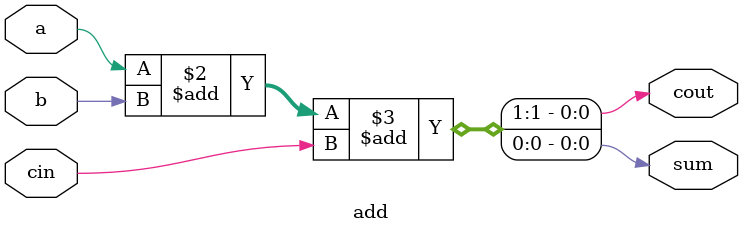
<source format=v>
`timescale 1ns / 1ps


module add(cout,sum,a,b,cin);
input a,b;
input cin;
output sum;
output cout;
reg sum;
reg cout;
always @(a or b or cin) begin
    {cout,sum}=a+b+cin;
end
endmodule

</source>
